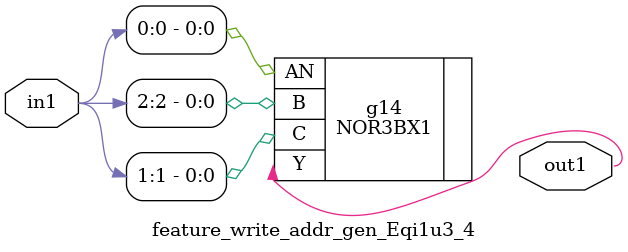
<source format=v>
`timescale 1ps / 1ps


module feature_write_addr_gen_Eqi1u3_4(in1, out1);
  input [2:0] in1;
  output out1;
  wire [2:0] in1;
  wire out1;
  NOR3BX1 g14(.AN (in1[0]), .B (in1[2]), .C (in1[1]), .Y (out1));
endmodule


</source>
